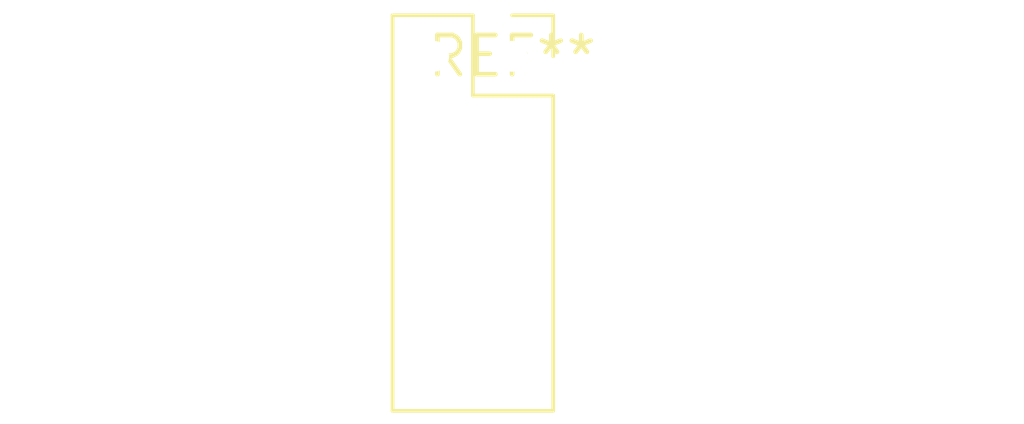
<source format=kicad_pcb>
(kicad_pcb (version 20240108) (generator pcbnew)
  (layers (0 "F.Cu" signal) (31 "B.Cu" signal) (34 "B.Paste" user) (35 "F.Paste" user) (36 "B.SilkS" user "B.Silkscreen") (37 "F.SilkS" user "F.Silkscreen") (38 "B.Mask" user) (39 "F.Mask" user) (44 "Edge.Cuts" user))
  (net 0 "")
  (footprint "PinSocket_2x05_P2.54mm_Vertical" (layer "F.Cu") (at 0 0)
    (property "Reference" "REF**")
    (property "Value" "PinSocket_2x05_P2.54mm_Vertical")
    (fp_line (start -3.87 -1.33) (end -3.87 11.49) (layer "F.SilkS") (stroke (width 0.12)))
    (fp_line (start -3.87 -1.33) (end -1.27 -1.33) (layer "F.SilkS") (stroke (width 0.12)))
    (fp_line (start -3.87 11.49) (end 1.33 11.49) (layer "F.SilkS") (stroke (width 0.12)))
    (fp_line (start -1.27 -1.33) (end -1.27 1.27) (layer "F.SilkS") (stroke (width 0.12)))
    (fp_line (start -1.27 1.27) (end 1.33 1.27) (layer "F.SilkS") (stroke (width 0.12)))
    (fp_line (start 0 -1.33) (end 1.33 -1.33) (layer "F.SilkS") (stroke (width 0.12)))
    (fp_line (start 1.33 -1.33) (end 1.33 0) (layer "F.SilkS") (stroke (width 0.12)))
    (fp_line (start 1.33 1.27) (end 1.33 11.49) (layer "F.SilkS") (stroke (width 0.12)))
    (pad "1" thru_hole rect (at 0 0) (size 1.7 1.7) (drill 1) (layers *.Cu *.Mask) (remove_unused_layers))
    (pad "2" thru_hole oval (at -2.54 0) (size 1.7 1.7) (drill 1) (layers *.Cu *.Mask) (remove_unused_layers))
    (pad "3" thru_hole oval (at 0 2.54) (size 1.7 1.7) (drill 1) (layers *.Cu *.Mask) (remove_unused_layers))
    (pad "4" thru_hole oval (at -2.54 2.54) (size 1.7 1.7) (drill 1) (layers *.Cu *.Mask) (remove_unused_layers))
    (pad "5" thru_hole oval (at 0 5.08) (size 1.7 1.7) (drill 1) (layers *.Cu *.Mask) (remove_unused_layers))
    (pad "6" thru_hole oval (at -2.54 5.08) (size 1.7 1.7) (drill 1) (layers *.Cu *.Mask) (remove_unused_layers))
    (pad "7" thru_hole oval (at 0 7.62) (size 1.7 1.7) (drill 1) (layers *.Cu *.Mask) (remove_unused_layers))
    (pad "8" thru_hole oval (at -2.54 7.62) (size 1.7 1.7) (drill 1) (layers *.Cu *.Mask) (remove_unused_layers))
    (pad "9" thru_hole oval (at 0 10.16) (size 1.7 1.7) (drill 1) (layers *.Cu *.Mask) (remove_unused_layers))
    (pad "10" thru_hole oval (at -2.54 10.16) (size 1.7 1.7) (drill 1) (layers *.Cu *.Mask) (remove_unused_layers))
  )
)
</source>
